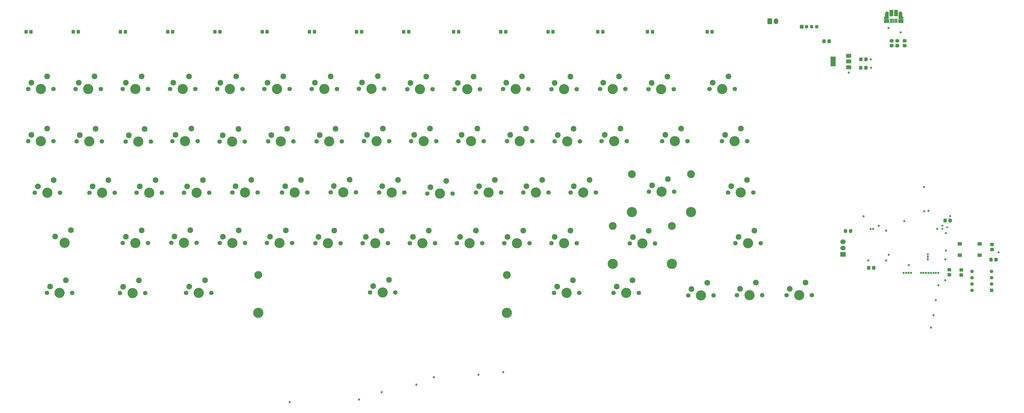
<source format=gbr>
%TF.GenerationSoftware,KiCad,Pcbnew,(6.0.4)*%
%TF.CreationDate,2023-03-10T15:04:03-05:00*%
%TF.ProjectId,main_board,6d61696e-5f62-46f6-9172-642e6b696361,v01*%
%TF.SameCoordinates,Original*%
%TF.FileFunction,Soldermask,Top*%
%TF.FilePolarity,Negative*%
%FSLAX46Y46*%
G04 Gerber Fmt 4.6, Leading zero omitted, Abs format (unit mm)*
G04 Created by KiCad (PCBNEW (6.0.4)) date 2023-03-10 15:04:03*
%MOMM*%
%LPD*%
G01*
G04 APERTURE LIST*
G04 Aperture macros list*
%AMRoundRect*
0 Rectangle with rounded corners*
0 $1 Rounding radius*
0 $2 $3 $4 $5 $6 $7 $8 $9 X,Y pos of 4 corners*
0 Add a 4 corners polygon primitive as box body*
4,1,4,$2,$3,$4,$5,$6,$7,$8,$9,$2,$3,0*
0 Add four circle primitives for the rounded corners*
1,1,$1+$1,$2,$3*
1,1,$1+$1,$4,$5*
1,1,$1+$1,$6,$7*
1,1,$1+$1,$8,$9*
0 Add four rect primitives between the rounded corners*
20,1,$1+$1,$2,$3,$4,$5,0*
20,1,$1+$1,$4,$5,$6,$7,0*
20,1,$1+$1,$6,$7,$8,$9,0*
20,1,$1+$1,$8,$9,$2,$3,0*%
G04 Aperture macros list end*
%ADD10RoundRect,0.300800X-0.620000X-0.845000X0.620000X-0.845000X0.620000X0.845000X-0.620000X0.845000X0*%
%ADD11O,1.841600X2.291600*%
%ADD12C,1.801600*%
%ADD13C,4.101600*%
%ADD14C,2.301600*%
%ADD15RoundRect,0.300800X-0.350000X-0.450000X0.350000X-0.450000X0.350000X0.450000X-0.350000X0.450000X0*%
%ADD16RoundRect,0.300800X-0.337500X-0.475000X0.337500X-0.475000X0.337500X0.475000X-0.337500X0.475000X0*%
%ADD17RoundRect,0.050800X1.015000X0.865000X-1.015000X0.865000X-1.015000X-0.865000X1.015000X-0.865000X0*%
%ADD18O,2.131600X1.831600*%
%ADD19RoundRect,0.050800X0.775000X0.650000X-0.775000X0.650000X-0.775000X-0.650000X0.775000X-0.650000X0*%
%ADD20RoundRect,0.050800X1.000000X0.750000X-1.000000X0.750000X-1.000000X-0.750000X1.000000X-0.750000X0*%
%ADD21RoundRect,0.050800X1.000000X1.900000X-1.000000X1.900000X-1.000000X-1.900000X1.000000X-1.900000X0*%
%ADD22C,3.151600*%
%ADD23RoundRect,0.300800X0.450000X-0.350000X0.450000X0.350000X-0.450000X0.350000X-0.450000X-0.350000X0*%
%ADD24RoundRect,0.300800X-0.450000X0.350000X-0.450000X-0.350000X0.450000X-0.350000X0.450000X0.350000X0*%
%ADD25RoundRect,0.050800X-0.200000X0.825000X-0.200000X-0.825000X0.200000X-0.825000X0.200000X0.825000X0*%
%ADD26RoundRect,0.050800X0.675000X1.000000X-0.675000X1.000000X-0.675000X-1.000000X0.675000X-1.000000X0*%
%ADD27O,1.201600X1.601600*%
%ADD28RoundRect,0.050800X-0.715000X1.250000X-0.715000X-1.250000X0.715000X-1.250000X0.715000X1.250000X0*%
%ADD29O,1.451600X1.801600*%
%ADD30RoundRect,0.050800X0.912500X0.350000X-0.912500X0.350000X-0.912500X-0.350000X0.912500X-0.350000X0*%
%ADD31RoundRect,0.300800X-0.475000X0.337500X-0.475000X-0.337500X0.475000X-0.337500X0.475000X0.337500X0*%
%ADD32RoundRect,0.050800X-0.350000X0.225000X-0.350000X-0.225000X0.350000X-0.225000X0.350000X0.225000X0*%
%ADD33RoundRect,0.050800X0.675000X-0.675000X0.675000X0.675000X-0.675000X0.675000X-0.675000X-0.675000X0*%
%ADD34O,1.451600X1.451600*%
%ADD35RoundRect,0.300800X0.350000X0.450000X-0.350000X0.450000X-0.350000X-0.450000X0.350000X-0.450000X0*%
%ADD36RoundRect,0.050800X0.654000X0.654000X-0.654000X0.654000X-0.654000X-0.654000X0.654000X-0.654000X0*%
%ADD37C,1.409600*%
%ADD38C,0.863600*%
G04 APERTURE END LIST*
D10*
%TO.C,J2*%
X520192000Y-190520000D03*
D11*
X522732000Y-190520000D03*
%TD*%
D12*
%TO.C,SW51*%
X328120500Y-279818000D03*
X317960500Y-279818000D03*
D13*
X323040500Y-279818000D03*
D14*
X325580500Y-274738000D03*
X319230500Y-277278000D03*
%TD*%
D12*
%TO.C,SW59*%
X516580500Y-279898000D03*
D13*
X511500500Y-279898000D03*
D12*
X506420500Y-279898000D03*
D14*
X514040500Y-274818000D03*
X507690500Y-277358000D03*
%TD*%
D13*
%TO.C,SW49*%
X284580500Y-279738000D03*
D12*
X289660500Y-279738000D03*
X279500500Y-279738000D03*
D14*
X287120500Y-274658000D03*
X280770500Y-277198000D03*
%TD*%
D13*
%TO.C,SW38*%
X329095500Y-259498000D03*
D12*
X324015500Y-259498000D03*
X334175500Y-259498000D03*
D14*
X331635500Y-254418000D03*
X325285500Y-256958000D03*
%TD*%
D15*
%TO.C,R18*%
X393040500Y-194818000D03*
X395040500Y-194818000D03*
%TD*%
%TO.C,R7*%
X550696500Y-275012000D03*
X552696500Y-275012000D03*
%TD*%
D12*
%TO.C,SW65*%
X467580500Y-299898000D03*
X457420500Y-299898000D03*
D13*
X462500500Y-299898000D03*
D14*
X465040500Y-294818000D03*
X458690500Y-297358000D03*
%TD*%
D12*
%TO.C,SW62*%
X295580500Y-299898000D03*
X285420500Y-299898000D03*
D13*
X290500500Y-299898000D03*
D14*
X293040500Y-294818000D03*
X286690500Y-297358000D03*
%TD*%
D12*
%TO.C,SW25*%
X367120500Y-238818000D03*
X356960500Y-238818000D03*
D13*
X362040500Y-238818000D03*
D14*
X364580500Y-233738000D03*
X358230500Y-236278000D03*
%TD*%
D13*
%TO.C,SW4*%
X246040500Y-217818000D03*
D12*
X251120500Y-217818000D03*
X240960500Y-217818000D03*
D14*
X248580500Y-212738000D03*
X242230500Y-215278000D03*
%TD*%
D15*
%TO.C,R19*%
X412040500Y-194818000D03*
X414040500Y-194818000D03*
%TD*%
D16*
%TO.C,C3*%
X556860500Y-205920000D03*
X558935500Y-205920000D03*
%TD*%
D15*
%TO.C,R15*%
X335040500Y-194818000D03*
X337040500Y-194818000D03*
%TD*%
D12*
%TO.C,SW7*%
X308120500Y-217818000D03*
D13*
X303040500Y-217818000D03*
D12*
X297960500Y-217818000D03*
D14*
X305580500Y-212738000D03*
X299230500Y-215278000D03*
%TD*%
D13*
%TO.C,SW23*%
X323500500Y-238898000D03*
D12*
X328580500Y-238898000D03*
X318420500Y-238898000D03*
D14*
X326040500Y-233818000D03*
X319690500Y-236358000D03*
%TD*%
D17*
%TO.C,SW2*%
X549665500Y-284368000D03*
D18*
X549665500Y-281828000D03*
X549665500Y-279288000D03*
%TD*%
D13*
%TO.C,SW41*%
X387500500Y-259898000D03*
D12*
X392580500Y-259898000D03*
X382420500Y-259898000D03*
D14*
X390040500Y-254818000D03*
X383690500Y-257358000D03*
%TD*%
D12*
%TO.C,SW27*%
X405120500Y-238818000D03*
D13*
X400040500Y-238818000D03*
D12*
X394960500Y-238818000D03*
D14*
X402580500Y-233738000D03*
X396230500Y-236278000D03*
%TD*%
D13*
%TO.C,SW36*%
X289620500Y-259578000D03*
D12*
X294700500Y-259578000D03*
X284540500Y-259578000D03*
D14*
X292160500Y-254498000D03*
X285810500Y-257038000D03*
%TD*%
D12*
%TO.C,SW3*%
X232120500Y-217818000D03*
X221960500Y-217818000D03*
D13*
X227040500Y-217818000D03*
D14*
X229580500Y-212738000D03*
X223230500Y-215278000D03*
%TD*%
D15*
%TO.C,R9*%
X221040500Y-194818000D03*
X223040500Y-194818000D03*
%TD*%
D12*
%TO.C,SW48*%
X259960500Y-279818000D03*
X270120500Y-279818000D03*
D13*
X265040500Y-279818000D03*
D14*
X267580500Y-274738000D03*
X261230500Y-277278000D03*
%TD*%
D15*
%TO.C,R22*%
X471040500Y-194818000D03*
X473040500Y-194818000D03*
%TD*%
D12*
%TO.C,SW29*%
X433678000Y-238938000D03*
X443838000Y-238938000D03*
D13*
X438758000Y-238938000D03*
D14*
X441298000Y-233858000D03*
X434948000Y-236398000D03*
%TD*%
D19*
%TO.C,SW1*%
X604595500Y-284668000D03*
X596645500Y-284668000D03*
X604595500Y-280168000D03*
X596645500Y-280168000D03*
%TD*%
D13*
%TO.C,SW19*%
X246500500Y-238898000D03*
D12*
X241420500Y-238898000D03*
X251580500Y-238898000D03*
D14*
X249040500Y-233818000D03*
X242690500Y-236358000D03*
%TD*%
D20*
%TO.C,U2*%
X551978000Y-209070000D03*
X551978000Y-206770000D03*
D21*
X545678000Y-206770000D03*
D20*
X551978000Y-204470000D03*
%TD*%
D12*
%TO.C,SW45*%
X481726750Y-259098000D03*
D22*
X488546750Y-252098000D03*
D13*
X488546750Y-267338000D03*
D22*
X464746750Y-252098000D03*
D12*
X471566750Y-259098000D03*
D13*
X476646750Y-259098000D03*
X464746750Y-267338000D03*
D14*
X479186750Y-254018000D03*
X472836750Y-256558000D03*
%TD*%
D12*
%TO.C,SW60*%
X239580500Y-299898000D03*
X229420500Y-299898000D03*
D13*
X234500500Y-299898000D03*
D14*
X237040500Y-294818000D03*
X230690500Y-297358000D03*
%TD*%
D12*
%TO.C,SW31*%
X476960500Y-238818000D03*
X487120500Y-238818000D03*
D13*
X482040500Y-238818000D03*
D14*
X484580500Y-233738000D03*
X478230500Y-236278000D03*
%TD*%
D23*
%TO.C,R5*%
X597230500Y-292648000D03*
X597230500Y-290648000D03*
%TD*%
D12*
%TO.C,SW54*%
X385580500Y-279898000D03*
X375420500Y-279898000D03*
D13*
X380500500Y-279898000D03*
D14*
X383040500Y-274818000D03*
X376690500Y-277358000D03*
%TD*%
D12*
%TO.C,SW52*%
X337420500Y-279898000D03*
X347580500Y-279898000D03*
D13*
X342500500Y-279898000D03*
D14*
X345040500Y-274818000D03*
X338690500Y-277358000D03*
%TD*%
D12*
%TO.C,SW34*%
X256700500Y-259578000D03*
D13*
X251620500Y-259578000D03*
D12*
X246540500Y-259578000D03*
D14*
X254160500Y-254498000D03*
X247810500Y-257038000D03*
%TD*%
D12*
%TO.C,SW37*%
X304080500Y-259498000D03*
X314240500Y-259498000D03*
D13*
X309160500Y-259498000D03*
D14*
X311700500Y-254418000D03*
X305350500Y-256958000D03*
%TD*%
D24*
%TO.C,R2*%
X571516000Y-198410000D03*
X571516000Y-200410000D03*
%TD*%
D12*
%TO.C,SW33*%
X224540500Y-259578000D03*
X234700500Y-259578000D03*
D13*
X229620500Y-259578000D03*
D14*
X232160500Y-254498000D03*
X225810500Y-257038000D03*
%TD*%
D13*
%TO.C,SW12*%
X398500500Y-217898000D03*
D12*
X393420500Y-217898000D03*
X403580500Y-217898000D03*
D14*
X401040500Y-212818000D03*
X394690500Y-215358000D03*
%TD*%
D13*
%TO.C,SW47*%
X236580500Y-279738000D03*
D14*
X239120500Y-274658000D03*
X232770500Y-277198000D03*
%TD*%
D16*
%TO.C,C5*%
X590693000Y-270748000D03*
X592768000Y-270748000D03*
%TD*%
D25*
%TO.C,J1*%
X571373000Y-190387500D03*
X570723000Y-190387500D03*
X570073000Y-190387500D03*
X569423000Y-190387500D03*
X568773000Y-190387500D03*
D20*
X572923000Y-190487500D03*
D26*
X567323000Y-188437500D03*
D27*
X572493000Y-190507500D03*
D28*
X569113000Y-187237500D03*
D27*
X567653000Y-190507500D03*
D28*
X571033000Y-187237500D03*
D20*
X567173000Y-190507500D03*
D26*
X572803000Y-188437500D03*
D29*
X567343000Y-187507500D03*
D30*
X567073000Y-189187500D03*
D29*
X572803000Y-187507500D03*
D30*
X573023000Y-189187500D03*
%TD*%
D31*
%TO.C,C2*%
X609620500Y-280380500D03*
X609620500Y-282455500D03*
%TD*%
D12*
%TO.C,SW57*%
X442580500Y-279898000D03*
X432420500Y-279898000D03*
D13*
X437500500Y-279898000D03*
D14*
X440040500Y-274818000D03*
X433690500Y-277358000D03*
%TD*%
D12*
%TO.C,SW26*%
X375960500Y-238818000D03*
X386120500Y-238818000D03*
D13*
X381040500Y-238818000D03*
D14*
X383580500Y-233738000D03*
X377230500Y-236278000D03*
%TD*%
D12*
%TO.C,SW20*%
X261158000Y-239018000D03*
X271318000Y-239018000D03*
D13*
X266238000Y-239018000D03*
D14*
X268778000Y-233938000D03*
X262428000Y-236478000D03*
%TD*%
D12*
%TO.C,SW17*%
X495960500Y-217818000D03*
X506120500Y-217818000D03*
D13*
X501040500Y-217818000D03*
D14*
X503580500Y-212738000D03*
X497230500Y-215278000D03*
%TD*%
D15*
%TO.C,R12*%
X278040500Y-194818000D03*
X280040500Y-194818000D03*
%TD*%
D12*
%TO.C,SW28*%
X424720500Y-238818000D03*
X414560500Y-238818000D03*
D13*
X419640500Y-238818000D03*
D14*
X422180500Y-233738000D03*
X415830500Y-236278000D03*
%TD*%
D32*
%TO.C,U3*%
X589620500Y-272838000D03*
X589620500Y-274138000D03*
X591620500Y-273488000D03*
%TD*%
D16*
%TO.C,C4*%
X556790500Y-209230000D03*
X558865500Y-209230000D03*
%TD*%
D15*
%TO.C,R20*%
X431040500Y-194818000D03*
X433040500Y-194818000D03*
%TD*%
D13*
%TO.C,SW53*%
X361500500Y-279898000D03*
D12*
X356420500Y-279898000D03*
X366580500Y-279898000D03*
D14*
X364040500Y-274818000D03*
X357690500Y-277358000D03*
%TD*%
D12*
%TO.C,SW11*%
X374420500Y-217898000D03*
D13*
X379500500Y-217898000D03*
D12*
X384580500Y-217898000D03*
D14*
X382040500Y-212818000D03*
X375690500Y-215358000D03*
%TD*%
D15*
%TO.C,R4*%
X609190500Y-286448000D03*
X611190500Y-286448000D03*
%TD*%
D12*
%TO.C,SW56*%
X423580500Y-279898000D03*
X413420500Y-279898000D03*
D13*
X418500500Y-279898000D03*
D14*
X421040500Y-274818000D03*
X414690500Y-277358000D03*
%TD*%
D12*
%TO.C,SW39*%
X343555500Y-259418000D03*
X353715500Y-259418000D03*
D13*
X348635500Y-259418000D03*
D14*
X351175500Y-254338000D03*
X344825500Y-256878000D03*
%TD*%
D16*
%TO.C,C1*%
X542010500Y-198622500D03*
X544085500Y-198622500D03*
%TD*%
D12*
%TO.C,SW30*%
X452560500Y-238818000D03*
D13*
X457640500Y-238818000D03*
D12*
X462720500Y-238818000D03*
D14*
X460180500Y-233738000D03*
X453830500Y-236278000D03*
%TD*%
D33*
%TO.C,U1*%
X533048000Y-192722500D03*
D34*
X535048000Y-192722500D03*
X537048000Y-192722500D03*
X539048000Y-192722500D03*
%TD*%
D13*
%TO.C,SW61*%
X263960500Y-299978000D03*
D12*
X269040500Y-299978000D03*
X258880500Y-299978000D03*
D14*
X266500500Y-294898000D03*
X260150500Y-297438000D03*
%TD*%
D13*
%TO.C,SW64*%
X438500500Y-299898000D03*
D12*
X443580500Y-299898000D03*
X433420500Y-299898000D03*
D14*
X441040500Y-294818000D03*
X434690500Y-297358000D03*
%TD*%
D35*
%TO.C,R8*%
X562040500Y-289818000D03*
X560040500Y-289818000D03*
%TD*%
D13*
%TO.C,SW63*%
X314500500Y-307898000D03*
D22*
X414500500Y-292658000D03*
D13*
X414500500Y-307898000D03*
D12*
X359420500Y-299658000D03*
X369580500Y-299658000D03*
D13*
X364500500Y-299658000D03*
D22*
X314500500Y-292658000D03*
D14*
X367040500Y-294578000D03*
X360690500Y-297118000D03*
%TD*%
D13*
%TO.C,SW5*%
X265040500Y-217818000D03*
D12*
X270120500Y-217818000D03*
X259960500Y-217818000D03*
D14*
X267580500Y-212738000D03*
X261230500Y-215278000D03*
%TD*%
D15*
%TO.C,R11*%
X259003000Y-194818000D03*
X261003000Y-194818000D03*
%TD*%
D12*
%TO.C,SW22*%
X309058000Y-238978000D03*
D13*
X303978000Y-238978000D03*
D12*
X298898000Y-238978000D03*
D14*
X306518000Y-233898000D03*
X300168000Y-236438000D03*
%TD*%
D36*
%TO.C,U4*%
X609479500Y-298888000D03*
D37*
X609479500Y-296348000D03*
X609479500Y-293808000D03*
X609479500Y-291268000D03*
X601609500Y-291268000D03*
X601609500Y-293808000D03*
X601609500Y-296348000D03*
X601609500Y-298888000D03*
%TD*%
D12*
%TO.C,SW8*%
X316960500Y-217818000D03*
D13*
X322040500Y-217818000D03*
D12*
X327120500Y-217818000D03*
D14*
X324580500Y-212738000D03*
X318230500Y-215278000D03*
%TD*%
D13*
%TO.C,SW68*%
X532040500Y-300818000D03*
D12*
X537120500Y-300818000D03*
X526960500Y-300818000D03*
D14*
X534580500Y-295738000D03*
X528230500Y-298278000D03*
%TD*%
D12*
%TO.C,SW9*%
X346120500Y-217818000D03*
X335960500Y-217818000D03*
D13*
X341040500Y-217818000D03*
D14*
X343580500Y-212738000D03*
X337230500Y-215278000D03*
%TD*%
D13*
%TO.C,SW44*%
X445160500Y-259498000D03*
D12*
X440080500Y-259498000D03*
X450240500Y-259498000D03*
D14*
X447700500Y-254418000D03*
X441350500Y-256958000D03*
%TD*%
D24*
%TO.C,R1*%
X569258000Y-198400000D03*
X569258000Y-200400000D03*
%TD*%
D13*
%TO.C,SW58*%
X480860500Y-288218000D03*
X468960500Y-279978000D03*
D22*
X480860500Y-272978000D03*
D13*
X457060500Y-288218000D03*
D12*
X474040500Y-279978000D03*
D22*
X457060500Y-272978000D03*
D12*
X463880500Y-279978000D03*
D14*
X471500500Y-274898000D03*
X465150500Y-277438000D03*
%TD*%
D13*
%TO.C,SW21*%
X285040500Y-238818000D03*
D12*
X290120500Y-238818000D03*
X279960500Y-238818000D03*
D14*
X287580500Y-233738000D03*
X281230500Y-236278000D03*
%TD*%
D12*
%TO.C,SW14*%
X432420500Y-217898000D03*
X442580500Y-217898000D03*
D13*
X437500500Y-217898000D03*
D14*
X440040500Y-212818000D03*
X433690500Y-215358000D03*
%TD*%
D13*
%TO.C,SW67*%
X512040500Y-300818000D03*
D12*
X517120500Y-300818000D03*
X506960500Y-300818000D03*
D14*
X514580500Y-295738000D03*
X508230500Y-298278000D03*
%TD*%
D12*
%TO.C,SW16*%
X481580500Y-217898000D03*
X471420500Y-217898000D03*
D13*
X476500500Y-217898000D03*
D14*
X479040500Y-212818000D03*
X472690500Y-215358000D03*
%TD*%
D12*
%TO.C,SW15*%
X462120500Y-217818000D03*
X451960500Y-217818000D03*
D13*
X457040500Y-217818000D03*
D14*
X459580500Y-212738000D03*
X453230500Y-215278000D03*
%TD*%
D12*
%TO.C,SW18*%
X221960500Y-238818000D03*
D13*
X227040500Y-238818000D03*
D12*
X232120500Y-238818000D03*
D14*
X229580500Y-233738000D03*
X223230500Y-236278000D03*
%TD*%
D15*
%TO.C,R10*%
X240040500Y-194818000D03*
X242040500Y-194818000D03*
%TD*%
D12*
%TO.C,SW13*%
X423120500Y-217818000D03*
X412960500Y-217818000D03*
D13*
X418040500Y-217818000D03*
D14*
X420580500Y-212738000D03*
X414230500Y-215278000D03*
%TD*%
D13*
%TO.C,SW42*%
X407106750Y-259498000D03*
D12*
X412186750Y-259498000D03*
X402026750Y-259498000D03*
D14*
X409646750Y-254418000D03*
X403296750Y-256958000D03*
%TD*%
D12*
%TO.C,SW55*%
X394420500Y-279898000D03*
X404580500Y-279898000D03*
D13*
X399500500Y-279898000D03*
D14*
X402040500Y-274818000D03*
X395690500Y-277358000D03*
%TD*%
D12*
%TO.C,SW35*%
X265540500Y-259578000D03*
D13*
X270620500Y-259578000D03*
D12*
X275700500Y-259578000D03*
D14*
X273160500Y-254498000D03*
X266810500Y-257038000D03*
%TD*%
D15*
%TO.C,R14*%
X316040500Y-194818000D03*
X318040500Y-194818000D03*
%TD*%
%TO.C,R13*%
X297040500Y-194818000D03*
X299040500Y-194818000D03*
%TD*%
%TO.C,R16*%
X354040500Y-194818000D03*
X356040500Y-194818000D03*
%TD*%
D13*
%TO.C,SW43*%
X426106750Y-259498000D03*
D12*
X421026750Y-259498000D03*
X431186750Y-259498000D03*
D14*
X428646750Y-254418000D03*
X422296750Y-256958000D03*
%TD*%
D13*
%TO.C,SW10*%
X360040500Y-217738000D03*
D12*
X365120500Y-217738000D03*
X354960500Y-217738000D03*
D14*
X362580500Y-212658000D03*
X356230500Y-215198000D03*
%TD*%
D15*
%TO.C,R17*%
X373003000Y-194818000D03*
X375003000Y-194818000D03*
%TD*%
%TO.C,R23*%
X495040500Y-194818000D03*
X497040500Y-194818000D03*
%TD*%
D12*
%TO.C,SW40*%
X373186750Y-259498000D03*
X363026750Y-259498000D03*
D13*
X368106750Y-259498000D03*
D14*
X370646750Y-254418000D03*
X364296750Y-256958000D03*
%TD*%
D12*
%TO.C,SW66*%
X497580500Y-300898000D03*
D13*
X492500500Y-300898000D03*
D12*
X487420500Y-300898000D03*
D14*
X495040500Y-295818000D03*
X488690500Y-298358000D03*
%TD*%
D12*
%TO.C,SW32*%
X500960500Y-238818000D03*
D13*
X506040500Y-238818000D03*
D12*
X511120500Y-238818000D03*
D14*
X508580500Y-233738000D03*
X502230500Y-236278000D03*
%TD*%
D23*
%TO.C,R6*%
X592430500Y-292588000D03*
X592430500Y-290588000D03*
%TD*%
%TO.C,R3*%
X574488000Y-200410000D03*
X574488000Y-198410000D03*
%TD*%
D15*
%TO.C,R21*%
X451040500Y-194818000D03*
X453040500Y-194818000D03*
%TD*%
D12*
%TO.C,SW24*%
X337960500Y-238898000D03*
D13*
X343040500Y-238898000D03*
D12*
X348120500Y-238898000D03*
D14*
X345580500Y-233818000D03*
X339230500Y-236358000D03*
%TD*%
D12*
%TO.C,SW50*%
X298960500Y-279818000D03*
X309120500Y-279818000D03*
D13*
X304040500Y-279818000D03*
D14*
X306580500Y-274738000D03*
X300230500Y-277278000D03*
%TD*%
D12*
%TO.C,SW6*%
X289120500Y-217818000D03*
D13*
X284040500Y-217818000D03*
D12*
X278960500Y-217818000D03*
D14*
X286580500Y-212738000D03*
X280230500Y-215278000D03*
%TD*%
D13*
%TO.C,SW46*%
X508500500Y-259498000D03*
D12*
X513580500Y-259498000D03*
X503420500Y-259498000D03*
D14*
X511040500Y-254418000D03*
X504690500Y-256958000D03*
%TD*%
D38*
X612270500Y-283518000D03*
X560898000Y-209240000D03*
X551988000Y-211220000D03*
X560868000Y-205920000D03*
X567040500Y-274818000D03*
X592770500Y-268968000D03*
X582300500Y-257308000D03*
X582350500Y-267048000D03*
X591040500Y-275818000D03*
X572898000Y-195040000D03*
X567988000Y-193250000D03*
X587562384Y-274148000D03*
X588040500Y-296818000D03*
X588040500Y-291818000D03*
X587040500Y-291818000D03*
X587040500Y-302818000D03*
X586040500Y-308818000D03*
X586040500Y-291818000D03*
X585040500Y-291818000D03*
X585040500Y-313818000D03*
X574300500Y-270978000D03*
X584040500Y-291818000D03*
X583040500Y-291818000D03*
X413040500Y-331818000D03*
X582040500Y-291818000D03*
X581040500Y-291818000D03*
X577040500Y-291818000D03*
X576040500Y-291818000D03*
X575040500Y-291818000D03*
X557990500Y-269008000D03*
X568040500Y-284498000D03*
X559830500Y-286798000D03*
X567040500Y-286818000D03*
X560770500Y-274188000D03*
X561744868Y-274146873D03*
X327040500Y-343818000D03*
X355040500Y-342818000D03*
X364040500Y-339818000D03*
X378040500Y-336818000D03*
X385040500Y-333818000D03*
X403040500Y-332818000D03*
X584040500Y-266818000D03*
X564040500Y-272818000D03*
X576210500Y-288648000D03*
X591040500Y-282818000D03*
X574040500Y-291818000D03*
X583808880Y-284349620D03*
X590812500Y-294824000D03*
X583788998Y-285384631D03*
X583756637Y-286393322D03*
X590810500Y-286398000D03*
M02*

</source>
